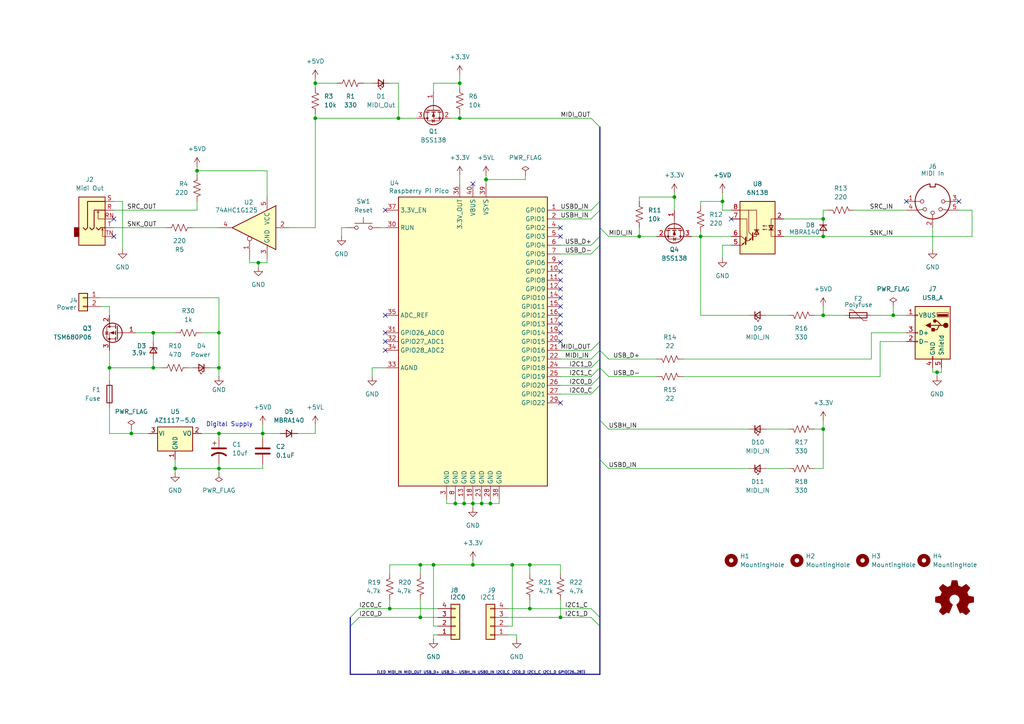
<source format=kicad_sch>
(kicad_sch (version 20231120) (generator "eeschema") (generator_version "8.0")
  (paper "A4")
  (title_block (title "Animatronics - MIDI (ANI-MID)") (date "2025-02-09") (rev "1.0") (company "Sparky Bobo Designs") (comment 2 "Designed by: SparkyBobo") (comment 3 "https://creativecommons.org/licenses/by-sa/4.0/") (comment 4 "Released under the Creative Commons Attribution Share-Alike 4.0 License"))
  (lib_symbols
    (symbol "Connector:DIN-5_180degree" (pin_names (offset 1.016))
      (property "Reference" "J" (at 3.175 5.715 0))
      (property "Value" "DIN-5_180degree" (at 0 -6.35 0))
      (symbol "DIN-5_180degree_1_1"
        (pin passive line (at -7.62 0 0) (length 2.54) (name "~") (number "1"))
        (pin passive line (at 0 7.62 270) (length 2.54) (name "~") (number "2"))
        (pin passive line (at 7.62 0 180) (length 2.54) (name "~") (number "3"))
        (pin passive line (at -7.62 2.54 0) (length 2.54) (name "~") (number "4"))
        (pin passive line (at 7.62 2.54 180) (length 2.54) (name "~") (number "5"))
      )
    )
    (symbol "Connector:USB_A" (pin_names (offset 1.016))
      (property "Reference" "J" (at -5.08 11.43 0))
      (property "Value" "USB_A" (at -5.08 8.89 0))
      (symbol "USB_A_1_1"
        (pin power_in line (at 7.62 5.08 180) (length 2.54) (name "VBUS") (number "1"))
        (pin bidirectional line (at 7.62 -2.54 180) (length 2.54) (name "D-") (number "2"))
        (pin bidirectional line (at 7.62 0 180) (length 2.54) (name "D+") (number "3"))
        (pin power_in line (at 0 -10.16 90) (length 2.54) (name "GND") (number "4"))
        (pin passive line (at -2.54 -10.16 90) (length 2.54) (name "Shield") (number "5"))
      )
    )
    (symbol "Connector_Audio:AudioJack3_SwitchTR"
      (property "Reference" "J" (at 0 8.89 0))
      (property "Value" "AudioJack3_SwitchTR" (at 0 6.35 0))
      (symbol "AudioJack3_SwitchTR_1_1"
        (pin passive line (at 5.08 0 180) (length 2.54) (name "~") (number "R"))
        (pin passive line (at 5.08 -2.54 180) (length 2.54) (name "~") (number "RN"))
        (pin passive line (at 5.08 2.54 180) (length 2.54) (name "~") (number "S"))
        (pin passive line (at 5.08 -5.08 180) (length 2.54) (name "~") (number "T"))
        (pin passive line (at 5.08 -7.62 180) (length 2.54) (name "~") (number "TN"))
      )
    )
    (symbol "Connector_Generic:Conn_01x02" (pin_names (offset 1.016) hide)
      (property "Reference" "J" (at 0 2.54 0))
      (property "Value" "Conn_01x02" (at 0 -5.08 0))
      (symbol "Conn_01x02_1_1"
        (pin passive line (at -5.08 0 0) (length 3.81) (name "Pin_1") (number "1"))
        (pin passive line (at -5.08 -2.54 0) (length 3.81) (name "Pin_2") (number "2"))
      )
    )
    (symbol "Connector_Generic:Conn_01x04" (pin_names (offset 1.016) hide)
      (property "Reference" "J" (at 0 5.08 0))
      (property "Value" "Conn_01x04" (at 0 -7.62 0))
      (symbol "Conn_01x04_1_1"
        (pin passive line (at -5.08 2.54 0) (length 3.81) (name "Pin_1") (number "1"))
        (pin passive line (at -5.08 0 0) (length 3.81) (name "Pin_2") (number "2"))
        (pin passive line (at -5.08 -2.54 0) (length 3.81) (name "Pin_3") (number "3"))
        (pin passive line (at -5.08 -5.08 0) (length 3.81) (name "Pin_4") (number "4"))
      )
    )
    (symbol "Device:C" (pin_numbers hide) (pin_names (offset 0.254))
      (property "Reference" "C" (at 0.635 2.54 0))
      (property "Value" "C" (at 0.635 -2.54 0))
      (symbol "C_1_1"
        (pin passive line (at 0 3.81 270) (length 2.794) (name "~") (number "1"))
        (pin passive line (at 0 -3.81 90) (length 2.794) (name "~") (number "2"))
      )
    )
    (symbol "Device:C_Polarized_US" (pin_numbers hide) (pin_names (offset 0.254) hide)
      (property "Reference" "C" (at 0.635 2.54 0))
      (property "Value" "C_Polarized_US" (at 0.635 -2.54 0))
      (symbol "C_Polarized_US_1_1"
        (pin passive line (at 0 3.81 270) (length 2.794) (name "~") (number "1"))
        (pin passive line (at 0 -3.81 90) (length 3.302) (name "~") (number "2"))
      )
    )
    (symbol "Device:D_Small" (pin_numbers hide) (pin_names (offset 0.254) hide)
      (property "Reference" "D" (at -1.27 2.032 0))
      (property "Value" "D_Small" (at -3.81 -2.032 0))
      (symbol "D_Small_1_1"
        (pin passive line (at -2.54 0 0) (length 1.778) (name "K") (number "1"))
        (pin passive line (at 2.54 0 180) (length 1.778) (name "A") (number "2"))
      )
    )
    (symbol "Device:D_Zener_Small" (pin_numbers hide) (pin_names (offset 0.254) hide)
      (property "Reference" "D" (at 0 2.286 0))
      (property "Value" "D_Zener_Small" (at 0 -2.286 0))
      (symbol "D_Zener_Small_1_1"
        (pin passive line (at -2.54 0 0) (length 1.778) (name "K") (number "1"))
        (pin passive line (at 2.54 0 180) (length 1.778) (name "A") (number "2"))
      )
    )
    (symbol "Device:Fuse" (pin_numbers hide) (pin_names (offset 0))
      (property "Reference" "F" (at 2.032 0 90))
      (property "Value" "Fuse" (at -1.905 0 90))
      (symbol "Fuse_1_1"
        (pin passive line (at 0 3.81 270) (length 1.27) (name "~") (number "1"))
        (pin passive line (at 0 -3.81 90) (length 1.27) (name "~") (number "2"))
      )
    )
    (symbol "Device:LED_Small" (pin_numbers hide) (pin_names (offset 0.254) hide)
      (property "Reference" "D" (at -1.27 3.175 0))
      (property "Value" "LED_Small" (at -4.445 -2.54 0))
      (symbol "LED_Small_1_1"
        (pin passive line (at -2.54 0 0) (length 1.778) (name "K") (number "1"))
        (pin passive line (at 2.54 0 180) (length 1.778) (name "A") (number "2"))
      )
    )
    (symbol "Device:Polyfuse" (pin_numbers hide) (pin_names (offset 0))
      (property "Reference" "F" (at -2.54 0 90))
      (property "Value" "Polyfuse" (at 2.54 0 90))
      (symbol "Polyfuse_1_1"
        (pin passive line (at 0 3.81 270) (length 1.27) (name "~") (number "1"))
        (pin passive line (at 0 -3.81 90) (length 1.27) (name "~") (number "2"))
      )
    )
    (symbol "Device:Q_PMOS_GDS" (pin_names (offset 0) hide)
      (property "Reference" "Q" (at 5.08 1.27 0))
      (property "Value" "Q_PMOS_GDS" (at 5.08 -1.27 0))
      (symbol "Q_PMOS_GDS_1_1"
        (pin input line (at -5.08 0 0) (length 2.54) (name "G") (number "1"))
        (pin passive line (at 2.54 5.08 270) (length 2.54) (name "D") (number "2"))
        (pin passive line (at 2.54 -5.08 90) (length 2.54) (name "S") (number "3"))
      )
    )
    (symbol "Device:R_US" (pin_numbers hide) (pin_names (offset 0))
      (property "Reference" "R" (at 2.54 0 90))
      (property "Value" "R_US" (at -2.54 0 90))
      (symbol "R_US_1_1"
        (pin passive line (at 0 3.81 270) (length 1.27) (name "~") (number "1"))
        (pin passive line (at 0 -3.81 90) (length 1.27) (name "~") (number "2"))
      )
    )
    (symbol "Graphic:Logo_Open_Hardware_Small" (in_bom no) (on_board no))
    (symbol "Isolator:6N138" (pin_names (offset 1.016) hide)
      (property "Reference" "U" (at -4.064 8.89 0))
      (property "Value" "6N138" (at 2.286 8.89 0))
      (symbol "6N138_1_1"
        (pin no_connect line (at -5.08 5.08 0) (length 2.54) hide (name "NC") (number "1"))
        (pin passive line (at -7.62 2.54 0) (length 2.54) (name "C1") (number "2"))
        (pin passive line (at -7.62 -2.54 0) (length 2.54) (name "C2") (number "3"))
        (pin no_connect line (at -5.08 -5.08 0) (length 2.54) hide (name "NC") (number "4"))
        (pin passive line (at 7.62 -5.08 180) (length 2.54) (name "GND") (number "5"))
        (pin passive line (at 7.62 -2.54 180) (length 2.54) (name "VO2") (number "6"))
        (pin passive line (at 7.62 2.54 180) (length 2.54) (name "VO1") (number "7"))
        (pin passive line (at 7.62 5.08 180) (length 2.54) (name "VCC") (number "8"))
      )
    )
    (symbol "Mechanical:MountingHole" (pin_names (offset 1.016)) (exclude_from_sim yes) (in_bom no)
      (property "Reference" "H" (at 0 5.08 0))
      (property "Value" "MountingHole" (at 0 3.175 0))
    )
    (symbol "Regulator_Linear:AZ1117-3.3" (pin_names (offset 0.254))
      (property "Reference" "U" (at -3.81 3.175 0))
      (property "Value" "AZ1117-3.3" (at 0 3.175 0))
      (symbol "AZ1117-3.3_1_1"
        (pin power_in line (at 0 -7.62 90) (length 2.54) (name "GND") (number "1"))
        (pin power_out line (at 7.62 0 180) (length 2.54) (name "VO") (number "2"))
        (pin power_in line (at -7.62 0 0) (length 2.54) (name "VI") (number "3"))
      )
    )
    (symbol "Switch:SW_Push" (pin_numbers hide) (pin_names (offset 1.016) hide)
      (property "Reference" "SW" (at 1.27 2.54 0))
      (property "Value" "SW_Push" (at 0 -1.524 0))
      (symbol "SW_Push_0_1"
        (pin passive line (at -5.08 0 0) (length 2.54) (name "1") (number "1"))
        (pin passive line (at 5.08 0 180) (length 2.54) (name "2") (number "2"))
      )
    )
    (symbol "Transistor_FET:BSS138" (pin_names hide)
      (property "Reference" "Q" (at 5.08 1.905 0))
      (property "Value" "BSS138" (at 5.08 0 0))
      (symbol "BSS138_1_1"
        (pin input line (at -5.08 0 0) (length 2.54) (name "G") (number "1"))
        (pin passive line (at 2.54 -5.08 90) (length 2.54) (name "S") (number "2"))
        (pin passive line (at 2.54 5.08 270) (length 2.54) (name "D") (number "3"))
      )
    )
    (symbol "animatronics:74AHC1G125"
      (property "Reference" "U" (at -2.54 3.81 0))
      (property "Value" "74AHC1G125" (at 0 -3.81 0))
      (symbol "74AHC1G125_1_1"
        (pin input inverted (at 0 -8.89 90) (length 6.35) (name "~") (number "1"))
        (pin input line (at -11.43 0 0) (length 3.81) (name "~") (number "2"))
        (pin power_in line (at -5.08 -8.89 90) (length 3.81) (name "GND") (number "3"))
        (pin tri_state line (at 8.89 0 180) (length 3.81) (name "~") (number "4"))
        (pin power_in line (at -5.08 8.89 270) (length 3.81) (name "VCC") (number "5"))
      )
    )
    (symbol "animatronics:Raspberry Pi Pico"
      (property "Reference" "U" (at 17.78 45.72 0))
      (property "Value" "Raspberry Pi Pico" (at 17.78 43.18 0))
      (symbol "Raspberry Pi Pico_1_1"
        (pin bidirectional line (at 25.4 38.1 180) (length 3.81) (name "GPIO0") (number "1"))
        (pin bidirectional line (at 25.4 20.32 180) (length 3.81) (name "GPIO7") (number "10"))
        (pin bidirectional line (at 25.4 17.78 180) (length 3.81) (name "GPIO8") (number "11"))
        (pin bidirectional line (at 25.4 15.24 180) (length 3.81) (name "GPIO9") (number "12"))
        (pin power_in line (at -2.54 -45.72 90) (length 3.81) (name "GND") (number "13"))
        (pin bidirectional line (at 25.4 12.7 180) (length 3.81) (name "GPIO10") (number "14"))
        (pin bidirectional line (at 25.4 10.16 180) (length 3.81) (name "GPIO11") (number "15"))
        (pin bidirectional line (at 25.4 7.62 180) (length 3.81) (name "GPIO12") (number "16"))
        (pin bidirectional line (at 25.4 5.08 180) (length 3.81) (name "GPIO13") (number "17"))
        (pin power_in line (at 0 -45.72 90) (length 3.81) (name "GND") (number "18"))
        (pin bidirectional line (at 25.4 2.54 180) (length 3.81) (name "GPIO14") (number "19"))
        (pin bidirectional line (at 25.4 35.56 180) (length 3.81) (name "GPIO1") (number "2"))
        (pin bidirectional line (at 25.4 0 180) (length 3.81) (name "GPIO15") (number "20"))
        (pin bidirectional line (at 25.4 -2.54 180) (length 3.81) (name "GPIO16") (number "21"))
        (pin bidirectional line (at 25.4 -5.08 180) (length 3.81) (name "GPIO17") (number "22"))
        (pin power_in line (at 2.54 -45.72 90) (length 3.81) (name "GND") (number "23"))
        (pin bidirectional line (at 25.4 -7.62 180) (length 3.81) (name "GPIO18") (number "24"))
        (pin bidirectional line (at 25.4 -10.16 180) (length 3.81) (name "GPIO19") (number "25"))
        (pin bidirectional line (at 25.4 -12.7 180) (length 3.81) (name "GPIO20") (number "26"))
        (pin bidirectional line (at 25.4 -15.24 180) (length 3.81) (name "GPIO21") (number "27"))
        (pin power_in line (at 5.08 -45.72 90) (length 3.81) (name "GND") (number "28"))
        (pin bidirectional line (at 25.4 -17.78 180) (length 3.81) (name "GPIO22") (number "29"))
        (pin power_in line (at -7.62 -45.72 90) (length 3.81) (name "GND") (number "3"))
        (pin input line (at -25.4 33.02 0) (length 3.81) (name "RUN") (number "30"))
        (pin bidirectional line (at -25.4 2.54 0) (length 3.81) (name "GPIO26_ADC0") (number "31"))
        (pin bidirectional line (at -25.4 0 0) (length 3.81) (name "GPIO27_ADC1") (number "32"))
        (pin power_in line (at -25.4 -7.62 0) (length 3.81) (name "AGND") (number "33"))
        (pin bidirectional line (at -25.4 -2.54 0) (length 3.81) (name "GPIO28_ADC2") (number "34"))
        (pin bidirectional line (at -25.4 7.62 0) (length 3.81) (name "ADC_REF") (number "35"))
        (pin power_out line (at -3.81 45.72 270) (length 3.81) (name "3.3V_OUT") (number "36"))
        (pin input line (at -25.4 38.1 0) (length 3.81) (name "3.3V_EN") (number "37"))
        (pin power_in line (at 7.62 -45.72 90) (length 3.81) (name "GND") (number "38"))
        (pin power_in line (at 3.81 45.72 270) (length 3.81) (name "VSYS") (number "39"))
        (pin bidirectional line (at 25.4 33.02 180) (length 3.81) (name "GPIO2") (number "4"))
        (pin power_in line (at 0 45.72 270) (length 3.81) (name "VBUS") (number "40"))
        (pin bidirectional line (at 25.4 30.48 180) (length 3.81) (name "GPIO3") (number "5"))
        (pin bidirectional line (at 25.4 27.94 180) (length 3.81) (name "GPIO4") (number "6"))
        (pin bidirectional line (at 25.4 25.4 180) (length 3.81) (name "GPIO5") (number "7"))
        (pin power_in line (at -5.08 -45.72 90) (length 3.81) (name "GND") (number "8"))
        (pin bidirectional line (at 25.4 22.86 180) (length 3.81) (name "GPIO6") (number "9"))
      )
    )
    (symbol "power:+3.3V" (power) (pin_numbers hide) (pin_names (offset 0) hide)
      (property "Value" "+3.3V" (at 0 3.556 0))
      (symbol "+3.3V_1_1"
        (pin power_in line (at 0 0 90) (length 0) (name "~") (number "1"))
      )
    )
    (symbol "power:+5VD" (power) (pin_numbers hide) (pin_names (offset 0) hide)
      (property "Value" "+5VD" (at 0 3.556 0))
      (symbol "+5VD_1_1"
        (pin power_in line (at 0 0 90) (length 0) (name "~") (number "1"))
      )
    )
    (symbol "power:+5VL" (power) (pin_numbers hide) (pin_names (offset 0) hide)
      (property "Value" "+5VL" (at 0 3.556 0))
      (symbol "+5VL_1_1"
        (pin power_in line (at 0 0 90) (length 0) (name "~") (number "1"))
      )
    )
    (symbol "power:GND" (power) (pin_numbers hide) (pin_names (offset 0) hide)
      (property "Value" "GND" (at 0 -3.81 0))
      (symbol "GND_1_1"
        (pin power_in line (at 0 0 270) (length 0) (name "~") (number "1"))
      )
    )
    (symbol "power:PWR_FLAG" (power) (pin_numbers hide) (pin_names (offset 0) hide)
      (property "Value" "PWR_FLAG" (at 0 3.81 0))
      (symbol "PWR_FLAG_0_0"
        (pin power_out line (at 0 0 90) (length 0) (name "~") (number "1"))
      )
    )
  )
  (junction (at 125.73 163.83))
  (junction (at 115.57 34.29))
  (junction (at 132.08 146.05))
  (junction (at 134.62 146.05))
  (junction (at 203.2 68.58))
  (junction (at 121.92 179.07))
  (junction (at 209.55 58.42))
  (junction (at 57.15 49.53))
  (junction (at 142.24 146.05))
  (junction (at 153.67 163.83))
  (junction (at 185.42 68.58))
  (junction (at 137.16 163.83))
  (junction (at 76.2 125.73))
  (junction (at 74.93 76.2))
  (junction (at 63.5 106.68))
  (junction (at 44.45 106.68))
  (junction (at 238.76 63.5))
  (junction (at 271.78 107.95))
  (junction (at 121.92 163.83))
  (junction (at 162.56 179.07))
  (junction (at 31.75 106.68))
  (junction (at 153.67 176.53))
  (junction (at 50.8 135.89))
  (junction (at 139.7 146.05))
  (junction (at 113.03 176.53))
  (junction (at 63.5 125.73))
  (junction (at 238.76 68.58))
  (junction (at 91.44 24.13))
  (junction (at 195.58 57.15))
  (junction (at 148.59 163.83))
  (junction (at 63.5 96.52))
  (junction (at 38.1 125.73))
  (junction (at 137.16 146.05))
  (junction (at 238.76 91.44))
  (junction (at 91.44 34.29))
  (junction (at 140.97 52.07))
  (junction (at 133.35 34.29))
  (junction (at 133.35 24.13))
  (junction (at 238.76 124.46))
  (junction (at 63.5 135.89))
  (junction (at 259.08 91.44))
  (junction (at 44.45 96.52))
  (no_connect (at 162.56 93.98))
  (no_connect (at 33.02 68.58))
  (no_connect (at 33.02 63.5))
  (no_connect (at 162.56 76.2))
  (no_connect (at 262.89 58.42))
  (no_connect (at 111.76 99.06))
  (no_connect (at 111.76 96.52))
  (no_connect (at 212.09 63.5))
  (no_connect (at 162.56 116.84))
  (no_connect (at 162.56 99.06))
  (no_connect (at 111.76 91.44))
  (no_connect (at 162.56 88.9))
  (no_connect (at 111.76 101.6))
  (no_connect (at 162.56 86.36))
  (no_connect (at 162.56 96.52))
  (no_connect (at 137.16 53.34))
  (no_connect (at 162.56 91.44))
  (no_connect (at 162.56 81.28))
  (no_connect (at 278.13 58.42))
  (no_connect (at 162.56 66.04))
  (no_connect (at 162.56 83.82))
  (no_connect (at 162.56 78.74))
  (no_connect (at 111.76 60.96))
  (no_connect (at 162.56 68.58))
  (bus_entry (at 173.99 101.6) (size 2.54 2.54))
  (bus_entry (at 173.99 60.96) (size -2.54 2.54))
  (bus_entry (at 173.99 106.68) (size -2.54 2.54))
  (bus_entry (at 171.45 176.53) (size 2.54 2.54))
  (bus_entry (at 173.99 111.76) (size -2.54 2.54))
  (bus_entry (at 173.99 106.68) (size 2.54 2.54))
  (bus_entry (at 173.99 101.6) (size -2.54 2.54))
  (bus_entry (at 173.99 109.22) (size -2.54 2.54))
  (bus_entry (at 173.99 68.58) (size -2.54 2.54))
  (bus_entry (at 173.99 121.92) (size 2.54 2.54))
  (bus_entry (at 171.45 34.29) (size 2.54 2.54))
  (bus_entry (at 173.99 71.12) (size -2.54 2.54))
  (bus_entry (at 171.45 179.07) (size 2.54 2.54))
  (bus_entry (at 173.99 104.14) (size -2.54 2.54))
  (bus_entry (at 173.99 58.42) (size -2.54 2.54))
  (bus_entry (at 173.99 99.06) (size -2.54 2.54))
  (bus_entry (at 101.6 181.61) (size 2.54 -2.54))
  (bus_entry (at 173.99 66.04) (size 2.54 2.54))
  (bus_entry (at 173.99 133.35) (size 2.54 2.54))
  (bus_entry (at 101.6 179.07) (size 2.54 -2.54))
  (wire (pts (xy 133.35 50.8) (xy 133.35 53.34)))
  (bus (pts (xy 101.6 195.58) (xy 173.99 195.58)))
  (wire (pts (xy 259.08 91.44) (xy 262.89 91.44)))
  (wire (pts (xy 273.05 107.95) (xy 273.05 106.68)))
  (wire (pts (xy 271.78 107.95) (xy 273.05 107.95)))
  (wire (pts (xy 134.62 146.05) (xy 137.16 146.05)))
  (wire (pts (xy 57.15 49.53) (xy 77.47 49.53)))
  (wire (pts (xy 238.76 88.9) (xy 238.76 91.44)))
  (wire (pts (xy 139.7 146.05) (xy 142.24 146.05)))
  (wire (pts (xy 185.42 66.04) (xy 185.42 68.58)))
  (wire (pts (xy 222.25 124.46) (xy 228.6 124.46)))
  (wire (pts (xy 50.8 135.89) (xy 50.8 133.35)))
  (wire (pts (xy 63.5 135.89) (xy 63.5 137.16)))
  (wire (pts (xy 270.51 72.39) (xy 270.51 66.04)))
  (bus (pts (xy 173.99 109.22) (xy 173.99 111.76)))
  (wire (pts (xy 104.14 179.07) (xy 121.92 179.07)))
  (wire (pts (xy 76.2 123.19) (xy 76.2 125.73)))
  (wire (pts (xy 113.03 173.99) (xy 113.03 176.53)))
  (bus (pts (xy 173.99 36.83) (xy 173.99 58.42)))
  (wire (pts (xy 171.45 73.66) (xy 162.56 73.66)))
  (wire (pts (xy 29.21 88.9) (xy 31.75 88.9)))
  (wire (pts (xy 55.88 106.68) (xy 54.61 106.68)))
  (wire (pts (xy 142.24 144.78) (xy 142.24 146.05)))
  (wire (pts (xy 147.32 184.15) (xy 149.86 184.15)))
  (wire (pts (xy 130.81 34.29) (xy 133.35 34.29)))
  (wire (pts (xy 127 184.15) (xy 125.73 184.15)))
  (wire (pts (xy 125.73 163.83) (xy 125.73 181.61)))
  (wire (pts (xy 271.78 107.95) (xy 271.78 109.22)))
  (wire (pts (xy 147.32 181.61) (xy 148.59 181.61)))
  (wire (pts (xy 227.33 63.5) (xy 238.76 63.5)))
  (wire (pts (xy 153.67 163.83) (xy 153.67 166.37)))
  (wire (pts (xy 44.45 106.68) (xy 44.45 104.14)))
  (wire (pts (xy 77.47 49.53) (xy 77.47 57.15)))
  (wire (pts (xy 35.56 72.39) (xy 35.56 58.42)))
  (bus (pts (xy 173.99 111.76) (xy 173.99 121.92)))
  (wire (pts (xy 44.45 106.68) (xy 46.99 106.68)))
  (wire (pts (xy 63.5 135.89) (xy 76.2 135.89)))
  (wire (pts (xy 195.58 60.96) (xy 195.58 57.15)))
  (wire (pts (xy 72.39 76.2) (xy 72.39 74.93)))
  (wire (pts (xy 113.03 166.37) (xy 113.03 163.83)))
  (wire (pts (xy 63.5 125.73) (xy 63.5 127)))
  (wire (pts (xy 162.56 71.12) (xy 171.45 71.12)))
  (wire (pts (xy 153.67 163.83) (xy 162.56 163.83)))
  (bus (pts (xy 173.99 101.6) (xy 173.99 104.14)))
  (wire (pts (xy 140.97 52.07) (xy 140.97 53.34)))
  (wire (pts (xy 238.76 68.58) (xy 281.94 68.58)))
  (wire (pts (xy 255.27 109.22) (xy 198.12 109.22)))
  (wire (pts (xy 50.8 135.89) (xy 50.8 137.16)))
  (wire (pts (xy 76.2 125.73) (xy 76.2 127)))
  (wire (pts (xy 200.66 68.58) (xy 203.2 68.58)))
  (wire (pts (xy 176.53 109.22) (xy 190.5 109.22)))
  (wire (pts (xy 152.4 50.8) (xy 152.4 52.07)))
  (wire (pts (xy 132.08 146.05) (xy 134.62 146.05)))
  (wire (pts (xy 236.22 91.44) (xy 238.76 91.44)))
  (wire (pts (xy 121.92 163.83) (xy 121.92 166.37)))
  (wire (pts (xy 99.06 66.04) (xy 99.06 68.58)))
  (wire (pts (xy 222.25 91.44) (xy 228.6 91.44)))
  (wire (pts (xy 139.7 144.78) (xy 139.7 146.05)))
  (wire (pts (xy 137.16 163.83) (xy 148.59 163.83)))
  (bus (pts (xy 101.6 179.07) (xy 101.6 181.61)))
  (wire (pts (xy 31.75 106.68) (xy 44.45 106.68)))
  (wire (pts (xy 148.59 163.83) (xy 148.59 181.61)))
  (wire (pts (xy 171.45 114.3) (xy 162.56 114.3)))
  (wire (pts (xy 185.42 57.15) (xy 195.58 57.15)))
  (wire (pts (xy 203.2 68.58) (xy 203.2 91.44)))
  (wire (pts (xy 44.45 96.52) (xy 50.8 96.52)))
  (wire (pts (xy 113.03 176.53) (xy 127 176.53)))
  (bus (pts (xy 173.99 179.07) (xy 173.99 181.61)))
  (wire (pts (xy 91.44 24.13) (xy 97.79 24.13)))
  (wire (pts (xy 255.27 99.06) (xy 255.27 109.22)))
  (wire (pts (xy 115.57 34.29) (xy 120.65 34.29)))
  (wire (pts (xy 77.47 74.93) (xy 77.47 76.2)))
  (wire (pts (xy 252.73 96.52) (xy 262.89 96.52)))
  (wire (pts (xy 63.5 106.68) (xy 63.5 109.22)))
  (wire (pts (xy 222.25 135.89) (xy 228.6 135.89)))
  (bus (pts (xy 173.99 181.61) (xy 173.99 195.58)))
  (wire (pts (xy 31.75 106.68) (xy 31.75 110.49)))
  (wire (pts (xy 171.45 104.14) (xy 162.56 104.14)))
  (bus (pts (xy 173.99 106.68) (xy 173.99 109.22)))
  (wire (pts (xy 270.51 107.95) (xy 271.78 107.95)))
  (wire (pts (xy 148.59 163.83) (xy 153.67 163.83)))
  (wire (pts (xy 238.76 121.92) (xy 238.76 124.46)))
  (wire (pts (xy 91.44 66.04) (xy 83.82 66.04)))
  (wire (pts (xy 133.35 21.59) (xy 133.35 24.13)))
  (wire (pts (xy 171.45 111.76) (xy 162.56 111.76)))
  (wire (pts (xy 238.76 60.96) (xy 238.76 63.5)))
  (wire (pts (xy 74.93 76.2) (xy 77.47 76.2)))
  (wire (pts (xy 91.44 34.29) (xy 115.57 34.29)))
  (wire (pts (xy 74.93 76.2) (xy 74.93 77.47)))
  (wire (pts (xy 185.42 57.15) (xy 185.42 58.42)))
  (bus (pts (xy 173.99 104.14) (xy 173.99 106.68)))
  (wire (pts (xy 238.76 68.58) (xy 227.33 68.58)))
  (wire (pts (xy 125.73 24.13) (xy 133.35 24.13)))
  (wire (pts (xy 55.88 66.04) (xy 63.5 66.04)))
  (wire (pts (xy 147.32 176.53) (xy 153.67 176.53)))
  (wire (pts (xy 107.95 24.13) (xy 105.41 24.13)))
  (wire (pts (xy 63.5 134.62) (xy 63.5 135.89)))
  (wire (pts (xy 125.73 184.15) (xy 125.73 185.42)))
  (wire (pts (xy 57.15 49.53) (xy 57.15 50.8)))
  (wire (pts (xy 176.53 68.58) (xy 185.42 68.58)))
  (wire (pts (xy 140.97 52.07) (xy 152.4 52.07)))
  (bus (pts (xy 173.99 66.04) (xy 173.99 68.58)))
  (bus (pts (xy 173.99 71.12) (xy 173.99 99.06)))
  (wire (pts (xy 107.95 106.68) (xy 111.76 106.68)))
  (wire (pts (xy 132.08 144.78) (xy 132.08 146.05)))
  (wire (pts (xy 162.56 163.83) (xy 162.56 166.37)))
  (wire (pts (xy 110.49 66.04) (xy 111.76 66.04)))
  (wire (pts (xy 39.37 96.52) (xy 44.45 96.52)))
  (wire (pts (xy 162.56 179.07) (xy 171.45 179.07)))
  (wire (pts (xy 137.16 146.05) (xy 137.16 147.32)))
  (wire (pts (xy 125.73 163.83) (xy 121.92 163.83)))
  (wire (pts (xy 58.42 96.52) (xy 63.5 96.52)))
  (wire (pts (xy 76.2 125.73) (xy 81.28 125.73)))
  (wire (pts (xy 137.16 146.05) (xy 139.7 146.05)))
  (wire (pts (xy 91.44 125.73) (xy 91.44 123.19)))
  (wire (pts (xy 137.16 162.56) (xy 137.16 163.83)))
  (wire (pts (xy 86.36 125.73) (xy 91.44 125.73)))
  (wire (pts (xy 147.32 179.07) (xy 162.56 179.07)))
  (wire (pts (xy 129.54 146.05) (xy 132.08 146.05)))
  (wire (pts (xy 195.58 55.88) (xy 195.58 57.15)))
  (wire (pts (xy 57.15 48.26) (xy 57.15 49.53)))
  (wire (pts (xy 38.1 125.73) (xy 43.18 125.73)))
  (wire (pts (xy 236.22 124.46) (xy 238.76 124.46)))
  (wire (pts (xy 121.92 179.07) (xy 127 179.07)))
  (wire (pts (xy 142.24 146.05) (xy 144.78 146.05)))
  (wire (pts (xy 238.76 91.44) (xy 245.11 91.44)))
  (bus (pts (xy 173.99 121.92) (xy 173.99 133.35)))
  (wire (pts (xy 57.15 58.42) (xy 57.15 60.96)))
  (wire (pts (xy 125.73 26.67) (xy 125.73 24.13)))
  (wire (pts (xy 31.75 88.9) (xy 31.75 91.44)))
  (wire (pts (xy 33.02 66.04) (xy 48.26 66.04)))
  (wire (pts (xy 60.96 106.68) (xy 63.5 106.68)))
  (wire (pts (xy 171.45 63.5) (xy 162.56 63.5)))
  (wire (pts (xy 176.53 104.14) (xy 190.5 104.14)))
  (bus (pts (xy 173.99 99.06) (xy 173.99 101.6)))
  (wire (pts (xy 91.44 24.13) (xy 91.44 25.4)))
  (wire (pts (xy 113.03 163.83) (xy 121.92 163.83)))
  (wire (pts (xy 171.45 101.6) (xy 162.56 101.6)))
  (bus (pts (xy 173.99 133.35) (xy 173.99 179.07)))
  (wire (pts (xy 63.5 135.89) (xy 50.8 135.89)))
  (wire (pts (xy 198.12 104.14) (xy 252.73 104.14)))
  (wire (pts (xy 153.67 176.53) (xy 153.67 173.99)))
  (wire (pts (xy 33.02 60.96) (xy 57.15 60.96)))
  (wire (pts (xy 238.76 60.96) (xy 240.03 60.96)))
  (wire (pts (xy 149.86 184.15) (xy 149.86 185.42)))
  (wire (pts (xy 137.16 144.78) (xy 137.16 146.05)))
  (bus (pts (xy 173.99 68.58) (xy 173.99 71.12)))
  (wire (pts (xy 125.73 163.83) (xy 137.16 163.83)))
  (wire (pts (xy 236.22 135.89) (xy 238.76 135.89)))
  (wire (pts (xy 133.35 34.29) (xy 171.45 34.29)))
  (wire (pts (xy 185.42 68.58) (xy 190.5 68.58)))
  (wire (pts (xy 255.27 99.06) (xy 262.89 99.06)))
  (wire (pts (xy 133.35 24.13) (xy 133.35 25.4)))
  (wire (pts (xy 133.35 33.02) (xy 133.35 34.29)))
  (wire (pts (xy 212.09 60.96) (xy 209.55 60.96)))
  (wire (pts (xy 252.73 96.52) (xy 252.73 104.14)))
  (wire (pts (xy 162.56 179.07) (xy 162.56 173.99)))
  (wire (pts (xy 76.2 135.89) (xy 76.2 134.62)))
  (wire (pts (xy 281.94 60.96) (xy 278.13 60.96)))
  (wire (pts (xy 91.44 33.02) (xy 91.44 34.29)))
  (wire (pts (xy 63.5 96.52) (xy 63.5 106.68)))
  (wire (pts (xy 115.57 24.13) (xy 115.57 34.29)))
  (wire (pts (xy 58.42 125.73) (xy 63.5 125.73)))
  (wire (pts (xy 176.53 135.89) (xy 217.17 135.89)))
  (wire (pts (xy 209.55 60.96) (xy 209.55 58.42)))
  (bus (pts (xy 173.99 60.96) (xy 173.99 66.04)))
  (wire (pts (xy 209.55 71.12) (xy 209.55 74.93)))
  (wire (pts (xy 74.93 76.2) (xy 72.39 76.2)))
  (wire (pts (xy 153.67 176.53) (xy 171.45 176.53)))
  (wire (pts (xy 140.97 50.8) (xy 140.97 52.07)))
  (wire (pts (xy 270.51 106.68) (xy 270.51 107.95)))
  (wire (pts (xy 171.45 60.96) (xy 162.56 60.96)))
  (wire (pts (xy 29.21 86.36) (xy 63.5 86.36)))
  (wire (pts (xy 171.45 106.68) (xy 162.56 106.68)))
  (wire (pts (xy 203.2 68.58) (xy 212.09 68.58)))
  (wire (pts (xy 63.5 125.73) (xy 76.2 125.73)))
  (wire (pts (xy 238.76 124.46) (xy 238.76 135.89)))
  (wire (pts (xy 91.44 22.86) (xy 91.44 24.13)))
  (wire (pts (xy 38.1 124.46) (xy 38.1 125.73)))
  (wire (pts (xy 203.2 58.42) (xy 203.2 59.69)))
  (wire (pts (xy 31.75 125.73) (xy 38.1 125.73)))
  (wire (pts (xy 209.55 58.42) (xy 203.2 58.42)))
  (wire (pts (xy 113.03 24.13) (xy 115.57 24.13)))
  (wire (pts (xy 252.73 91.44) (xy 259.08 91.44)))
  (wire (pts (xy 100.33 66.04) (xy 99.06 66.04)))
  (wire (pts (xy 31.75 101.6) (xy 31.75 106.68)))
  (wire (pts (xy 91.44 34.29) (xy 91.44 66.04)))
  (wire (pts (xy 31.75 118.11) (xy 31.75 125.73)))
  (wire (pts (xy 129.54 144.78) (xy 129.54 146.05)))
  (wire (pts (xy 171.45 109.22) (xy 162.56 109.22)))
  (wire (pts (xy 281.94 68.58) (xy 281.94 60.96)))
  (wire (pts (xy 209.55 55.88) (xy 209.55 58.42)))
  (wire (pts (xy 144.78 146.05) (xy 144.78 144.78)))
  (bus (pts (xy 101.6 181.61) (xy 101.6 195.58)))
  (bus (pts (xy 173.99 58.42) (xy 173.99 60.96)))
  (wire (pts (xy 121.92 173.99) (xy 121.92 179.07)))
  (wire (pts (xy 247.65 60.96) (xy 262.89 60.96)))
  (wire (pts (xy 212.09 71.12) (xy 209.55 71.12)))
  (wire (pts (xy 217.17 91.44) (xy 203.2 91.44)))
  (wire (pts (xy 127 181.61) (xy 125.73 181.61)))
  (wire (pts (xy 104.14 176.53) (xy 113.03 176.53)))
  (wire (pts (xy 35.56 58.42) (xy 33.02 58.42)))
  (wire (pts (xy 107.95 106.68) (xy 107.95 109.22)))
  (wire (pts (xy 44.45 96.52) (xy 44.45 99.06)))
  (wire (pts (xy 176.53 124.46) (xy 217.17 124.46)))
  (wire (pts (xy 63.5 86.36) (xy 63.5 96.52)))
  (wire (pts (xy 259.08 88.9) (xy 259.08 91.44)))
  (wire (pts (xy 203.2 68.58) (xy 203.2 67.31)))
  (wire (pts (xy 134.62 144.78) (xy 134.62 146.05)))
  (text "Digital Supply" (at 66.548 123.19 0) (effects (font (size 1.27 1.27))))
  (label "USBH_IN" (at 162.56 63.5 0))
  (label "I2C1_D" (at 163.83 179.07 0))
  (label "SNK_IN" (at 259.08 68.58 180))
  (label "USBD_IN" (at 162.56 60.96 0))
  (label "I2C0_C" (at 165.1 114.3 0))
  (label "MIDI_IN" (at 163.83 104.14 0))
  (label "USBH_IN" (at 176.53 124.46 0))
  (label "SNK_OUT" (at 36.83 66.04 0))
  (label "I2C1_C" (at 163.83 176.53 0))
  (label "MIDI_OUT" (at 162.56 101.6 0))
  (label "USB_D+" (at 163.83 71.12 0))
  (label "MIDI_OUT" (at 162.56 34.29 0))
  (label "SRC_OUT" (at 36.83 60.96 0))
  (label "MIDI_IN" (at 176.53 68.58 0))
  (label "SRC_IN" (at 259.08 60.96 180))
  (label "I2C1_C" (at 165.1 109.22 0))
  (label "I2C0_D" (at 165.1 111.76 0))
  (label "I2C0_C" (at 104.14 176.53 0))
  (label "USB_D-" (at 163.83 73.66 0))
  (label "I2C1_D" (at 165.1 106.68 0))
  (label "USB_D-" (at 177.8 109.22 0))
  (label "USBD_IN" (at 176.53 135.89 0))
  (label "{LED MIDI_IN MIDI_OUT USB_D+ USB_D- USBH_IN USBD_IN I2C0_C I2C0_D I2C1_C I2C1_D GPIO[26..28]}" (at 109.22 195.58 0) (effects (font (size 0.762 0.762))))
  (label "USB_D+" (at 177.8 104.14 0))
  (label "I2C0_D" (at 104.14 179.07 0))
  (symbol (lib_id "power:GND") (at 107.95 109.22 0) (unit 1)
    (property "Reference" "#PWR018" (effects (hide yes)))
    (property "Value" "GND" (at 107.95 114.3 0))
    (property "Description" "Power symbol creates a global label with name \"GND\" , ground" (effects (hide yes)))
  )
  (symbol (lib_id "Mechanical:MountingHole") (at 250.19 162.56 0) (unit 1) (exclude_from_sim yes) (in_bom no)
    (property "Reference" "H3" (at 252.73 161.2899 0) (effects (justify left)))
    (property "Value" "MountingHole" (at 252.73 163.8299 0) (effects (justify left)))
    (property "Footprint" "MountingHole:MountingHole_3.2mm_M3" (effects (hide yes)))
    (property "Description" "Mounting Hole without connection" (effects (hide yes)))
  )
  (symbol (lib_id "power:GND") (at 270.51 72.39 0) (unit 1)
    (property "Reference" "#PWR01" (effects (hide yes)))
    (property "Value" "GND" (at 270.51 77.47 0))
    (property "Description" "Power symbol creates a global label with name \"GND\" , ground" (effects (hide yes)))
  )
  (symbol (lib_id "Device:R_US") (at 203.2 63.5 0) (mirror y) (unit 1)
    (property "Reference" "R12" (at 205.74 62.2299 0) (effects (justify right)))
    (property "Value" "220" (at 205.74 64.7699 0) (effects (justify right)))
    (property "Footprint" "Resistor_SMD:R_1206_3216Metric_Pad1.30x1.75mm_HandSolder" (effects (hide yes)))
    (property "Description" "Resistor, US symbol" (effects (hide yes)))
  )
  (symbol (lib_id "power:GND") (at 149.86 185.42 0) (unit 1)
    (property "Reference" "#PWR020" (effects (hide yes)))
    (property "Value" "GND" (at 149.86 190.5 0))
    (property "Description" "Power symbol creates a global label with name \"GND\" , ground" (effects (hide yes)))
  )
  (symbol (lib_id "power:+3.3V") (at 133.35 50.8 0) (unit 1)
    (property "Reference" "#PWR022" (effects (hide yes)))
    (property "Value" "+3.3V" (at 133.35 45.72 0))
    (property "Description" "Power symbol creates a global label with name \"+3.3V\"" (effects (hide yes)))
  )
  (symbol (lib_id "power:+5VD") (at 209.55 55.88 0) (mirror y) (unit 1)
    (property "Reference" "#PWR011" (effects (hide yes)))
    (property "Value" "+5VD" (at 209.55 50.8 0))
    (property "Description" "Power symbol creates a global label with name \"+5VD\"" (effects (hide yes)))
  )
  (symbol (lib_id "Connector:DIN-5_180degree") (at 270.51 58.42 0) (mirror x) (unit 1)
    (property "Reference" "J6" (at 270.51 48.26 0))
    (property "Value" "MIDI In" (at 270.51 50.292 0))
    (property "Footprint" "footprints:MIDI_DIN_5" (effects (hide yes)))
    (property "Datasheet" "http://www.mouser.com/ds/2/18/40_c091_abd_e-75918.pdf" (effects (hide yes)))
    (property "Description" "5-pin DIN connector (5-pin DIN-5 stereo)" (effects (hide yes)))
  )
  (symbol (lib_id "power:+3.3V") (at 137.16 162.56 0) (mirror y) (unit 1)
    (property "Reference" "#PWR016" (effects (hide yes)))
    (property "Value" "+3.3V" (at 137.16 157.48 0))
    (property "Description" "Power symbol creates a global label with name \"+3.3V\"" (effects (hide yes)))
  )
  (symbol (lib_id "power:PWR_FLAG") (at 259.08 88.9 0) (unit 1)
    (property "Reference" "#FLG04" (effects (hide yes)))
    (property "Value" "PWR_FLAG" (at 259.08 83.82 0))
    (property "Description" "Special symbol for telling ERC where power comes from" (effects (hide yes)))
  )
  (symbol (lib_id "Connector_Generic:Conn_01x04") (at 142.24 181.61 180) (unit 1)
    (property "Reference" "J9" (at 143.764 171.196 0) (effects (justify left)))
    (property "Value" "I2C1" (at 143.764 173.228 0) (effects (justify left)))
    (property "Footprint" "Connector_JST:JST_SH_BM04B-SRSS-TB_1x04-1MP_P1.00mm_Vertical" (effects (hide yes)))
    (property "Description" "Generic connector, single row, 01x04, script generated (kicad-library-utils/schlib/autogen/connector/)" (effects (hide yes)))
  )
  (symbol (lib_id "power:GND") (at 99.06 68.58 0) (mirror y) (unit 1)
    (property "Reference" "#PWR017" (effects (hide yes)))
    (property "Value" "GND" (at 99.06 73.66 0))
    (property "Description" "Power symbol creates a global label with name \"GND\" , ground" (effects (hide yes)))
  )
  (symbol (lib_id "power:+5VL") (at 140.97 50.8 0) (unit 1)
    (property "Reference" "#PWR024" (effects (hide yes)))
    (property "Value" "+5VL" (at 140.97 45.72 0))
    (property "Description" "Power symbol creates a global label with name \"+5VL\"" (effects (hide yes)))
  )
  (symbol (lib_id "power:+5VD") (at 238.76 88.9 0) (unit 1)
    (property "Reference" "#PWR05" (effects (hide yes)))
    (property "Value" "+5VD" (at 238.76 83.82 0))
    (property "Description" "Power symbol creates a global label with name \"+5VD\"" (effects (hide yes)))
  )
  (symbol (lib_id "Device:Q_PMOS_GDS") (at 34.29 96.52 0) (mirror y) (unit 1)
    (property "Reference" "Q3" (at 26.67 95.2499 0) (effects (justify left)))
    (property "Value" "TSM680P06" (at 26.67 97.7899 0) (effects (justify left)))
    (property "Footprint" "Package_TO_SOT_SMD:TO-252-2" (effects (hide yes)))
    (property "Description" "P-MOSFET transistor, gate/drain/source" (effects (hide yes)))
  )
  (symbol (lib_id "power:+3.3V") (at 238.76 121.92 0) (unit 1)
    (property "Reference" "#PWR014" (effects (hide yes)))
    (property "Value" "+3.3V" (at 238.76 116.84 0))
    (property "Description" "Power symbol creates a global label with name \"+3.3V\"" (effects (hide yes)))
  )
  (symbol (lib_id "Connector_Audio:AudioJack3_SwitchTR") (at 27.94 60.96 0) (unit 1)
    (property "Reference" "J2" (at 26.035 52.07 0))
    (property "Value" "Midi Out" (at 26.035 54.61 0))
    (property "Footprint" "footprints:Jack_3.5mm_Adafruit_1699_Horizontal" (effects (hide yes)))
    (property "Datasheet" "https://www.adafruit.com/product/1699" (effects (hide yes)))
    (property "Description" "Audio Jack, 3 Poles (Stereo / TRS), Switched TR Poles (Normalling)" (effects (hide yes)))
  )
  (symbol (lib_id "Device:D_Small") (at 238.76 66.04 90) (mirror x) (unit 1)
    (property "Reference" "D8" (at 233.68 65.278 90) (effects (justify right)))
    (property "Value" "MBRA140" (at 228.854 67.31 90) (effects (justify right)))
    (property "Footprint" "Diode_SMD:D_SMA_Handsoldering" (effects (hide yes)))
    (property "Description" "Diode, small symbol" (effects (hide yes)))
    (property "Sim.Device" "D" (effects (hide yes)))
    (property "Sim.Pins" "1=K 2=A" (effects (hide yes)))
  )
  (symbol (lib_id "Device:LED_Small") (at 110.49 24.13 180) (unit 1)
    (property "Reference" "D1" (at 110.49 27.94 0))
    (property "Value" "MIDI_Out" (at 110.49 30.48 0))
    (property "Footprint" "LED_SMD:LED_1206_3216Metric_Pad1.42x1.75mm_HandSolder" (effects (hide yes)))
    (property "Description" "Light emitting diode, small symbol" (effects (hide yes)))
  )
  (symbol (lib_id "Device:R_US") (at 133.35 29.21 180) (unit 1)
    (property "Reference" "R6" (at 135.89 27.9399 0) (effects (justify right)))
    (property "Value" "10k" (at 135.89 30.4799 0) (effects (justify right)))
    (property "Footprint" "Resistor_SMD:R_1206_3216Metric_Pad1.30x1.75mm_HandSolder" (effects (hide yes)))
    (property "Description" "Resistor, US symbol" (effects (hide yes)))
  )
  (symbol (lib_id "Connector_Generic:Conn_01x04") (at 132.08 181.61 0) (mirror x) (unit 1)
    (property "Reference" "J8" (at 130.556 171.196 0) (effects (justify left)))
    (property "Value" "I2C0" (at 130.556 173.228 0) (effects (justify left)))
    (property "Footprint" "Connector_JST:JST_SH_BM04B-SRSS-TB_1x04-1MP_P1.00mm_Vertical" (effects (hide yes)))
    (property "Description" "Generic connector, single row, 01x04, script generated (kicad-library-utils/schlib/autogen/connector/)" (effects (hide yes)))
  )
  (symbol (lib_id "Device:R_US") (at 162.56 170.18 180) (unit 1)
    (property "Reference" "R22" (at 165.1 168.9099 0) (effects (justify right)))
    (property "Value" "4.7k" (at 165.1 171.4499 0) (effects (justify right)))
    (property "Footprint" "Resistor_SMD:R_1206_3216Metric_Pad1.30x1.75mm_HandSolder" (effects (hide yes)))
    (property "Description" "Resistor, US symbol" (effects (hide yes)))
  )
  (symbol (lib_id "animatronics:74AHC1G125") (at 72.39 66.04 0) (mirror y) (unit 1)
    (property "Reference" "U2" (at 72.136 58.674 0))
    (property "Value" "74AHC1G125" (at 68.58 60.96 0))
    (property "Footprint" "Package_TO_SOT_SMD:SOT-23-5_HandSoldering" (effects (hide yes)))
    (property "Datasheet" "http://www.ti.com/lit/sg/scyt129e/scyt129e.pdf" (effects (hide yes)))
    (property "Description" "Single Buffer Gate Tri-State, Low-Voltage CMOS" (effects (hide yes)))
  )
  (symbol (lib_id "power:+5VD") (at 57.15 48.26 0) (unit 1)
    (property "Reference" "#PWR04" (effects (hide yes)))
    (property "Value" "+5VD" (at 57.15 43.18 0))
    (property "Description" "Power symbol creates a global label with name \"+5VD\"" (effects (hide yes)))
  )
  (symbol (lib_id "Device:D_Zener_Small") (at 44.45 101.6 270) (unit 1)
    (property "Reference" "D3" (at 42.418 100.33 90) (effects (justify right)))
    (property "Value" "3.9v" (at 42.418 102.362 90) (effects (justify right)))
    (property "Footprint" "Diode_SMD:D_SOD-123" (effects (hide yes)))
    (property "Description" "Zener diode, small symbol" (effects (hide yes)))
  )
  (symbol (lib_id "Device:C") (at 76.2 130.81 0) (unit 1)
    (property "Reference" "C2" (at 80.01 129.5399 0) (effects (justify left)))
    (property "Value" "0.1uF" (at 80.01 132.0799 0) (effects (justify left)))
    (property "Footprint" "Capacitor_THT:C_Rect_L4.0mm_W2.5mm_P2.50mm" (effects (hide yes)))
    (property "Description" "Unpolarized capacitor" (effects (hide yes)))
  )
  (symbol (lib_id "power:+3.3V") (at 133.35 21.59 0) (mirror y) (unit 1)
    (property "Reference" "#PWR019" (effects (hide yes)))
    (property "Value" "+3.3V" (at 133.35 16.51 0))
    (property "Description" "Power symbol creates a global label with name \"+3.3V\"" (effects (hide yes)))
  )
  (symbol (lib_id "Isolator:6N138") (at 219.71 66.04 0) (mirror y) (unit 1)
    (property "Reference" "U8" (at 219.71 53.34 0))
    (property "Value" "6N138" (at 219.71 55.88 0))
    (property "Footprint" "Package_DIP:SMDIP-8_W9.53mm" (effects (hide yes)))
    (property "Datasheet" "http://www.onsemi.com/pub/Collateral/HCPL2731-D.pdf" (effects (hide yes)))
    (property "Description" "Low Input Current high Gain Split Darlington Optocouplers, -0.5V to 7V VDD, DIP-8" (effects (hide yes)))
  )
  (symbol (lib_id "power:+5VL") (at 91.44 123.19 0) (unit 1)
    (property "Reference" "#PWR010" (effects (hide yes)))
    (property "Value" "+5VL" (at 91.44 118.11 0))
    (property "Description" "Power symbol creates a global label with name \"+5VL\"" (effects (hide yes)))
  )
  (symbol (lib_id "Mechanical:MountingHole") (at 231.14 162.56 0) (unit 1) (exclude_from_sim yes) (in_bom no)
    (property "Reference" "H2" (at 233.68 161.2899 0) (effects (justify left)))
    (property "Value" "MountingHole" (at 233.68 163.8299 0) (effects (justify left)))
    (property "Footprint" "MountingHole:MountingHole_3.2mm_M3" (effects (hide yes)))
    (property "Description" "Mounting Hole without connection" (effects (hide yes)))
  )
  (symbol (lib_id "power:PWR_FLAG") (at 152.4 50.8 0) (unit 1)
    (property "Reference" "#FLG01" (effects (hide yes)))
    (property "Value" "PWR_FLAG" (at 152.4 45.72 0))
    (property "Description" "Special symbol for telling ERC where power comes from" (effects (hide yes)))
  )
  (symbol (lib_id "Device:C_Polarized_US") (at 63.5 130.81 0) (unit 1)
    (property "Reference" "C1" (at 67.31 128.9049 0) (effects (justify left)))
    (property "Value" "10uf" (at 67.31 131.4449 0) (effects (justify left)))
    (property "Footprint" "Capacitor_THT:CP_Radial_D5.0mm_P2.00mm" (effects (hide yes)))
    (property "Description" "Polarized capacitor, US symbol" (effects (hide yes)))
  )
  (symbol (lib_id "Device:R_US") (at 185.42 62.23 180) (unit 1)
    (property "Reference" "R11" (at 187.96 60.9599 0) (effects (justify right)))
    (property "Value" "10k" (at 187.96 63.4999 0) (effects (justify right)))
    (property "Footprint" "Resistor_SMD:R_1206_3216Metric_Pad1.30x1.75mm_HandSolder" (effects (hide yes)))
    (property "Description" "Resistor, US symbol" (effects (hide yes)))
  )
  (symbol (lib_id "Device:R_US") (at 232.41 124.46 90) (mirror x) (unit 1)
    (property "Reference" "R17" (at 232.41 128.27 90))
    (property "Value" "330" (at 232.41 130.81 90))
    (property "Footprint" "Resistor_SMD:R_1206_3216Metric_Pad1.30x1.75mm_HandSolder" (effects (hide yes)))
    (property "Description" "Resistor, US symbol" (effects (hide yes)))
  )
  (symbol (lib_id "Device:R_US") (at 121.92 170.18 0) (mirror x) (unit 1)
    (property "Reference" "R20" (at 119.38 168.9099 0) (effects (justify right)))
    (property "Value" "4.7k" (at 119.38 171.4499 0) (effects (justify right)))
    (property "Footprint" "Resistor_SMD:R_1206_3216Metric_Pad1.30x1.75mm_HandSolder" (effects (hide yes)))
    (property "Description" "Resistor, US symbol" (effects (hide yes)))
  )
  (symbol (lib_id "Regulator_Linear:AZ1117-3.3") (at 50.8 125.73 0) (unit 1)
    (property "Reference" "U5" (at 50.8 119.38 0))
    (property "Value" "AZ1117-5.0" (at 50.8 121.92 0))
    (property "Footprint" "Package_TO_SOT_SMD:SOT-223-3_TabPin2" (effects (hide yes)))
    (property "Datasheet" "https://www.diodes.com/assets/Datasheets/AZ1117.pdf" (effects (hide yes)))
    (property "Description" "1A 20V Fixed LDO Linear Regulator, 3.3V, SOT-89/SOT-223/TO-220/TO-252/TO-263" (effects (hide yes)))
  )
  (symbol (lib_id "power:GND") (at 137.16 147.32 0) (unit 1)
    (property "Reference" "#PWR023" (effects (hide yes)))
    (property "Value" "GND" (at 137.16 152.4 0))
    (property "Description" "Power symbol creates a global label with name \"GND\" , ground" (effects (hide yes)))
  )
  (symbol (lib_id "Device:LED_Small") (at 219.71 124.46 0) (mirror x) (unit 1)
    (property "Reference" "D10" (at 219.7735 128.27 0))
    (property "Value" "MIDI_IN" (at 219.7735 130.81 0))
    (property "Footprint" "LED_SMD:LED_1206_3216Metric_Pad1.42x1.75mm_HandSolder" (effects (hide yes)))
    (property "Description" "Light emitting diode, small symbol" (effects (hide yes)))
  )
  (symbol (lib_id "power:GND") (at 271.78 109.22 0) (unit 1)
    (property "Reference" "#PWR08" (effects (hide yes)))
    (property "Value" "GND" (at 271.78 114.3 0))
    (property "Description" "Power symbol creates a global label with name \"GND\" , ground" (effects (hide yes)))
  )
  (symbol (lib_id "Device:R_US") (at 194.31 109.22 90) (mirror x) (unit 1)
    (property "Reference" "R15" (at 194.31 113.03 90))
    (property "Value" "22" (at 194.31 115.57 90))
    (property "Footprint" "Resistor_SMD:R_1206_3216Metric_Pad1.30x1.75mm_HandSolder" (effects (hide yes)))
    (property "Description" "Resistor, US symbol" (effects (hide yes)))
  )
  (symbol (lib_id "Device:Polyfuse") (at 248.92 91.44 270) (mirror x) (unit 1)
    (property "Reference" "F2" (at 247.65 86.614 90) (effects (justify left)))
    (property "Value" "Polyfuse" (at 244.856 88.392 90) (effects (justify left)))
    (property "Footprint" "Fuse:Fuse_1206_3216Metric_Pad1.42x1.75mm_HandSolder" (effects (hide yes)))
    (property "Description" "Resettable fuse, polymeric positive temperature coefficient" (effects (hide yes)))
  )
  (symbol (lib_id "Device:R_US") (at 153.67 170.18 180) (unit 1)
    (property "Reference" "R21" (at 156.21 168.9099 0) (effects (justify right)))
    (property "Value" "4.7k" (at 156.21 171.4499 0) (effects (justify right)))
    (property "Footprint" "Resistor_SMD:R_1206_3216Metric_Pad1.30x1.75mm_HandSolder" (effects (hide yes)))
    (property "Description" "Resistor, US symbol" (effects (hide yes)))
  )
  (symbol (lib_id "Device:LED_Small") (at 219.71 91.44 0) (mirror x) (unit 1)
    (property "Reference" "D9" (at 219.7735 95.25 0))
    (property "Value" "MIDI_IN" (at 219.7735 97.79 0))
    (property "Footprint" "LED_SMD:LED_1206_3216Metric_Pad1.42x1.75mm_HandSolder" (effects (hide yes)))
    (property "Description" "Light emitting diode, small symbol" (effects (hide yes)))
  )
  (symbol (lib_id "power:+5VD") (at 91.44 22.86 0) (unit 1)
    (property "Reference" "#PWR013" (effects (hide yes)))
    (property "Value" "+5VD" (at 91.44 17.78 0))
    (property "Description" "Power symbol creates a global label with name \"+5VD\"" (effects (hide yes)))
  )
  (symbol (lib_id "power:GND") (at 50.8 137.16 0) (mirror y) (unit 1)
    (property "Reference" "#PWR06" (effects (hide yes)))
    (property "Value" "GND" (at 50.8 142.24 0))
    (property "Description" "Power symbol creates a global label with name \"GND\" , ground" (effects (hide yes)))
  )
  (symbol (lib_id "power:+5VD") (at 76.2 123.19 0) (unit 1)
    (property "Reference" "#PWR07" (effects (hide yes)))
    (property "Value" "+5VD" (at 76.2 118.11 0))
    (property "Description" "Power symbol creates a global label with name \"+5VD\"" (effects (hide yes)))
  )
  (symbol (lib_id "Device:R_US") (at 243.84 60.96 270) (mirror x) (unit 1)
    (property "Reference" "R13" (at 243.84 54.61 90))
    (property "Value" "220" (at 243.84 57.15 90))
    (property "Footprint" "Resistor_SMD:R_1206_3216Metric_Pad1.30x1.75mm_HandSolder" (effects (hide yes)))
    (property "Description" "Resistor, US symbol" (effects (hide yes)))
  )
  (symbol (lib_id "power:GND") (at 63.5 109.22 0) (mirror y) (unit 1)
    (property "Reference" "#PWR03" (effects (hide yes)))
    (property "Value" "GND" (at 63.5 113.03 0))
    (property "Description" "Power symbol creates a global label with name \"GND\" , ground" (effects (hide yes)))
  )
  (symbol (lib_id "animatronics:Raspberry Pi Pico") (at 137.16 99.06 0) (unit 1)
    (property "Reference" "U4" (at 113.03 53.086 0) (effects (justify left)))
    (property "Value" "Raspberry Pi Pico" (at 112.776 55.372 0) (effects (justify left)))
    (property "Footprint" "footprints:RP_Pico_DIP" (effects (hide yes)))
    (property "Datasheet" "https://datasheets.raspberrypi.com/pico/pico-datasheet.pdf" (effects (hide yes)))
    (property "Description" "A microcontroller by Raspberry Pi" (effects (hide yes)))
  )
  (symbol (lib_id "Device:D_Small") (at 83.82 125.73 180) (unit 1)
    (property "Reference" "D5" (at 83.82 119.38 0))
    (property "Value" "MBRA140" (at 83.82 121.92 0))
    (property "Footprint" "Diode_SMD:D_SMA_Handsoldering" (effects (hide yes)))
    (property "Description" "Diode, small symbol" (effects (hide yes)))
    (property "Sim.Device" "D" (effects (hide yes)))
    (property "Sim.Pins" "1=K 2=A" (effects (hide yes)))
  )
  (symbol (lib_id "Device:R_US") (at 113.03 170.18 0) (mirror x) (unit 1)
    (property "Reference" "R19" (at 110.49 168.9099 0) (effects (justify right)))
    (property "Value" "4.7k" (at 110.49 171.4499 0) (effects (justify right)))
    (property "Footprint" "Resistor_SMD:R_1206_3216Metric_Pad1.30x1.75mm_HandSolder" (effects (hide yes)))
    (property "Description" "Resistor, US symbol" (effects (hide yes)))
  )
  (symbol (lib_id "Graphic:Logo_Open_Hardware_Small") (at 276.86 173.99 0) (unit 1) (exclude_from_sim yes) (in_bom no) (on_board no)
    (property "Reference" "#SYM1" (effects (hide yes)))
    (property "Value" "Logo_Open_Hardware_Small" (effects (hide yes)))
    (property "Description" "Open Hardware logo, small" (effects (hide yes)))
  )
  (symbol (lib_id "power:PWR_FLAG") (at 63.5 137.16 180) (unit 1)
    (property "Reference" "#FLG02" (effects (hide yes)))
    (property "Value" "PWR_FLAG" (at 63.5 142.24 0))
    (property "Description" "Special symbol for telling ERC where power comes from" (effects (hide yes)))
  )
  (symbol (lib_id "Connector:USB_A") (at 270.51 96.52 0) (mirror y) (unit 1)
    (property "Reference" "J7" (at 270.51 83.82 0))
    (property "Value" "USB_A" (at 270.51 86.36 0))
    (property "Footprint" "Connector_USB:USB_A_Molex_67643_Horizontal" (effects (hide yes)))
    (property "Description" "USB Type A connector" (effects (hide yes)))
  )
  (symbol (lib_id "Device:R_US") (at 232.41 91.44 90) (mirror x) (unit 1)
    (property "Reference" "R16" (at 232.41 95.25 90))
    (property "Value" "330" (at 232.41 97.79 90))
    (property "Footprint" "Resistor_SMD:R_1206_3216Metric_Pad1.30x1.75mm_HandSolder" (effects (hide yes)))
    (property "Description" "Resistor, US symbol" (effects (hide yes)))
  )
  (symbol (lib_id "Connector_Generic:Conn_01x02") (at 24.13 86.36 0) (mirror y) (unit 1)
    (property "Reference" "J4" (at 21.336 87.122 0))
    (property "Value" "Power" (at 19.304 89.154 0))
    (property "Footprint" "Connector_Phoenix_MC:PhoenixContact_MC_1,5_2-G-3.81_1x02_P3.81mm_Horizontal" (effects (hide yes)))
    (property "Description" "Generic connector, single row, 01x02, script generated (kicad-library-utils/schlib/autogen/connector/)" (effects (hide yes)))
  )
  (symbol (lib_id "Mechanical:MountingHole") (at 212.09 162.56 0) (unit 1) (exclude_from_sim yes) (in_bom no)
    (property "Reference" "H1" (at 214.63 161.2899 0) (effects (justify left)))
    (property "Value" "MountingHole" (at 214.63 163.8299 0) (effects (justify left)))
    (property "Footprint" "MountingHole:MountingHole_3.2mm_M3" (effects (hide yes)))
    (property "Description" "Mounting Hole without connection" (effects (hide yes)))
  )
  (symbol (lib_id "power:PWR_FLAG") (at 38.1 124.46 0) (unit 1)
    (property "Reference" "#FLG03" (effects (hide yes)))
    (property "Value" "PWR_FLAG" (at 38.1 119.38 0))
    (property "Description" "Special symbol for telling ERC where power comes from" (effects (hide yes)))
  )
  (symbol (lib_id "Device:LED_Small") (at 58.42 106.68 180) (unit 1)
    (property "Reference" "D4" (at 58.42 100.33 0))
    (property "Value" "Power" (at 58.166 102.87 0))
    (property "Footprint" "LED_SMD:LED_1206_3216Metric_Pad1.42x1.75mm_HandSolder" (effects (hide yes)))
    (property "Description" "Light emitting diode, small symbol" (effects (hide yes)))
  )
  (symbol (lib_id "Device:R_US") (at 52.07 66.04 270) (unit 1)
    (property "Reference" "R5" (at 52.07 72.39 90))
    (property "Value" "220" (at 52.07 69.85 90))
    (property "Footprint" "Resistor_SMD:R_1206_3216Metric_Pad1.30x1.75mm_HandSolder" (effects (hide yes)))
    (property "Description" "Resistor, US symbol" (effects (hide yes)))
  )
  (symbol (lib_id "power:GND") (at 125.73 185.42 0) (unit 1)
    (property "Reference" "#PWR015" (effects (hide yes)))
    (property "Value" "GND" (at 125.73 190.5 0))
    (property "Description" "Power symbol creates a global label with name \"GND\" , ground" (effects (hide yes)))
  )
  (symbol (lib_id "Transistor_FET:BSS138") (at 125.73 31.75 90) (mirror x) (unit 1)
    (property "Reference" "Q1" (at 125.73 38.1 90))
    (property "Value" "BSS138" (at 125.73 40.64 90))
    (property "Footprint" "Package_TO_SOT_SMD:SOT-23" (effects (hide yes)))
    (property "Datasheet" "https://www.onsemi.com/pub/Collateral/BSS138-D.PDF" (effects (hide yes)))
    (property "Description" "50V Vds, 0.22A Id, N-Channel MOSFET, SOT-23" (effects (hide yes)))
  )
  (symbol (lib_id "Device:R_US") (at 57.15 54.61 0) (mirror x) (unit 1)
    (property "Reference" "R4" (at 54.61 53.3399 0) (effects (justify right)))
    (property "Value" "220" (at 54.61 55.8799 0) (effects (justify right)))
    (property "Footprint" "Resistor_SMD:R_1206_3216Metric_Pad1.30x1.75mm_HandSolder" (effects (hide yes)))
    (property "Description" "Resistor, US symbol" (effects (hide yes)))
  )
  (symbol (lib_id "Device:R_US") (at 91.44 29.21 0) (unit 1)
    (property "Reference" "R3" (at 93.98 27.9399 0) (effects (justify left)))
    (property "Value" "10k" (at 93.98 30.4799 0) (effects (justify left)))
    (property "Footprint" "Resistor_SMD:R_1206_3216Metric_Pad1.30x1.75mm_HandSolder" (effects (hide yes)))
    (property "Description" "Resistor, US symbol" (effects (hide yes)))
  )
  (symbol (lib_id "Transistor_FET:BSS138") (at 195.58 66.04 270) (unit 1)
    (property "Reference" "Q4" (at 195.58 72.39 90))
    (property "Value" "BSS138" (at 195.58 74.93 90))
    (property "Footprint" "Package_TO_SOT_SMD:SOT-23" (effects (hide yes)))
    (property "Datasheet" "https://www.onsemi.com/pub/Collateral/BSS138-D.PDF" (effects (hide yes)))
    (property "Description" "50V Vds, 0.22A Id, N-Channel MOSFET, SOT-23" (effects (hide yes)))
  )
  (symbol (lib_id "Device:LED_Small") (at 219.71 135.89 0) (mirror x) (unit 1)
    (property "Reference" "D11" (at 219.7735 139.7 0))
    (property "Value" "MIDI_IN" (at 219.7735 142.24 0))
    (property "Footprint" "LED_SMD:LED_1206_3216Metric_Pad1.42x1.75mm_HandSolder" (effects (hide yes)))
    (property "Description" "Light emitting diode, small symbol" (effects (hide yes)))
  )
  (symbol (lib_id "Mechanical:MountingHole") (at 267.97 162.56 0) (unit 1) (exclude_from_sim yes) (in_bom no)
    (property "Reference" "H4" (at 270.51 161.2899 0) (effects (justify left)))
    (property "Value" "MountingHole" (at 270.51 163.8299 0) (effects (justify left)))
    (property "Footprint" "MountingHole:MountingHole_3.2mm_M3" (effects (hide yes)))
    (property "Description" "Mounting Hole without connection" (effects (hide yes)))
  )
  (symbol (lib_id "Device:R_US") (at 50.8 106.68 90) (unit 1)
    (property "Reference" "R10" (at 50.8 100.33 90))
    (property "Value" "470" (at 50.8 102.87 90))
    (property "Footprint" "Resistor_SMD:R_1206_3216Metric_Pad1.30x1.75mm_HandSolder" (effects (hide yes)))
    (property "Description" "Resistor, US symbol" (effects (hide yes)))
  )
  (symbol (lib_id "power:GND") (at 74.93 77.47 0) (mirror y) (unit 1)
    (property "Reference" "#PWR09" (effects (hide yes)))
    (property "Value" "GND" (at 74.93 82.55 0))
    (property "Description" "Power symbol creates a global label with name \"GND\" , ground" (effects (hide yes)))
  )
  (symbol (lib_id "Device:R_US") (at 194.31 104.14 270) (mirror x) (unit 1)
    (property "Reference" "R14" (at 194.31 97.79 90))
    (property "Value" "22" (at 194.31 100.33 90))
    (property "Footprint" "Resistor_SMD:R_1206_3216Metric_Pad1.30x1.75mm_HandSolder" (effects (hide yes)))
    (property "Description" "Resistor, US symbol" (effects (hide yes)))
  )
  (symbol (lib_id "Device:R_US") (at 232.41 135.89 90) (mirror x) (unit 1)
    (property "Reference" "R18" (at 232.41 139.7 90))
    (property "Value" "330" (at 232.41 142.24 90))
    (property "Footprint" "Resistor_SMD:R_1206_3216Metric_Pad1.30x1.75mm_HandSolder" (effects (hide yes)))
    (property "Description" "Resistor, US symbol" (effects (hide yes)))
  )
  (symbol (lib_id "Switch:SW_Push") (at 105.41 66.04 0) (unit 1)
    (property "Reference" "SW1" (at 105.41 58.42 0))
    (property "Value" "Reset" (at 105.41 60.96 0))
    (property "Footprint" "Button_Switch_THT:SW_PUSH_6mm" (effects (hide yes)))
    (property "Datasheet" "https://www.adafruit.com/product/367" (effects (hide yes)))
    (property "Description" "Push button switch, generic, two pins" (effects (hide yes)))
  )
  (symbol (lib_id "power:GND") (at 209.55 74.93 0) (unit 1)
    (property "Reference" "#PWR012" (effects (hide yes)))
    (property "Value" "GND" (at 209.55 80.01 0))
    (property "Description" "Power symbol creates a global label with name \"GND\" , ground" (effects (hide yes)))
  )
  (symbol (lib_id "power:GND") (at 35.56 72.39 0) (mirror y) (unit 1)
    (property "Reference" "#PWR02" (effects (hide yes)))
    (property "Value" "GND" (at 35.56 77.47 0))
    (property "Description" "Power symbol creates a global label with name \"GND\" , ground" (effects (hide yes)))
  )
  (symbol (lib_id "Device:R_US") (at 54.61 96.52 90) (unit 1)
    (property "Reference" "R30" (at 54.61 90.17 90))
    (property "Value" "1k" (at 54.61 92.71 90))
    (property "Footprint" "Resistor_SMD:R_1206_3216Metric_Pad1.30x1.75mm_HandSolder" (effects (hide yes)))
    (property "Description" "Resistor, US symbol" (effects (hide yes)))
  )
  (symbol (lib_id "Device:Fuse") (at 31.75 114.3 0) (mirror x) (unit 1)
    (property "Reference" "F1" (at 29.21 113.0299 0) (effects (justify right)))
    (property "Value" "Fuse" (at 29.21 115.5699 0) (effects (justify right)))
    (property "Footprint" "footprints:atc_fuse_vertical" (effects (hide yes)))
    (property "Description" "Fuse" (effects (hide yes)))
  )
  (symbol (lib_id "Device:R_US") (at 101.6 24.13 270) (unit 1)
    (property "Reference" "R1" (at 101.6635 27.94 90))
    (property "Value" "330" (at 101.6635 30.48 90))
    (property "Footprint" "Resistor_SMD:R_1206_3216Metric_Pad1.30x1.75mm_HandSolder" (effects (hide yes)))
    (property "Description" "Resistor, US symbol" (effects (hide yes)))
  )
  (symbol (lib_id "power:+3.3V") (at 195.58 55.88 0) (unit 1)
    (property "Reference" "#PWR027" (effects (hide yes)))
    (property "Value" "+3.3V" (at 195.58 50.8 0))
    (property "Description" "Power symbol creates a global label with name \"+3.3V\"" (effects (hide yes)))
  )
)
</source>
